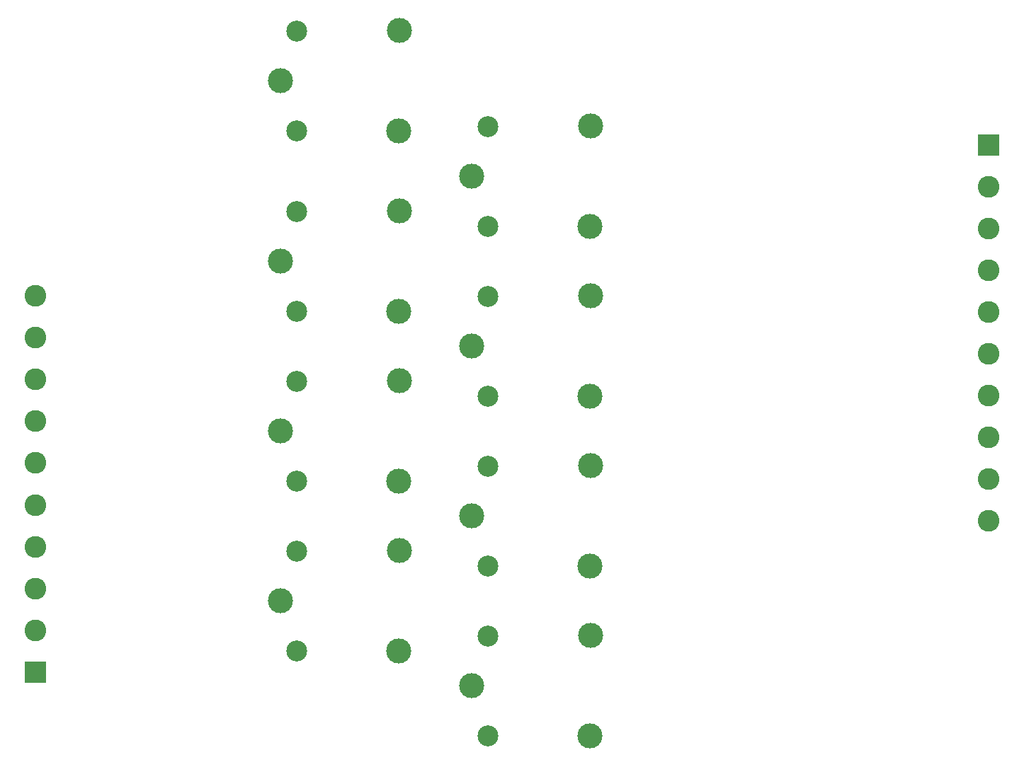
<source format=gbr>
%TF.GenerationSoftware,KiCad,Pcbnew,7.0.8*%
%TF.CreationDate,2024-12-20T13:03:20+01:00*%
%TF.ProjectId,NosacReleja,4e6f7361-6352-4656-9c65-6a612e6b6963,rev?*%
%TF.SameCoordinates,Original*%
%TF.FileFunction,Soldermask,Top*%
%TF.FilePolarity,Negative*%
%FSLAX46Y46*%
G04 Gerber Fmt 4.6, Leading zero omitted, Abs format (unit mm)*
G04 Created by KiCad (PCBNEW 7.0.8) date 2024-12-20 13:03:20*
%MOMM*%
%LPD*%
G01*
G04 APERTURE LIST*
%ADD10C,3.000000*%
%ADD11C,2.500000*%
%ADD12R,2.600000X2.600000*%
%ADD13C,2.600000*%
G04 APERTURE END LIST*
D10*
%TO.C,K6*%
X98180000Y-97790000D03*
D11*
X100130000Y-103840000D03*
D10*
X112330000Y-103840000D03*
X112380000Y-91790000D03*
D11*
X100130000Y-91840000D03*
%TD*%
D12*
%TO.C,J2*%
X160020000Y-53420000D03*
D13*
X160020000Y-58420000D03*
X160020000Y-63420000D03*
X160020000Y-68420000D03*
X160020000Y-73420000D03*
X160020000Y-78420000D03*
X160020000Y-83420000D03*
X160020000Y-88420000D03*
X160020000Y-93420000D03*
X160020000Y-98420000D03*
%TD*%
D10*
%TO.C,K8*%
X98180000Y-118110000D03*
D11*
X100130000Y-124160000D03*
D10*
X112330000Y-124160000D03*
X112380000Y-112110000D03*
D11*
X100130000Y-112160000D03*
%TD*%
D10*
%TO.C,K3*%
X75320000Y-67310000D03*
D11*
X77270000Y-73360000D03*
D10*
X89470000Y-73360000D03*
X89520000Y-61310000D03*
D11*
X77270000Y-61360000D03*
%TD*%
D12*
%TO.C,J1*%
X46025000Y-116480000D03*
D13*
X46025000Y-111480000D03*
X46025000Y-106480000D03*
X46025000Y-101480000D03*
X46025000Y-96480000D03*
X46025000Y-91480000D03*
X46025000Y-86480000D03*
X46025000Y-81480000D03*
X46025000Y-76480000D03*
X46025000Y-71480000D03*
%TD*%
D10*
%TO.C,K5*%
X75320000Y-87630000D03*
D11*
X77270000Y-93680000D03*
D10*
X89470000Y-93680000D03*
X89520000Y-81630000D03*
D11*
X77270000Y-81680000D03*
%TD*%
D10*
%TO.C,K1*%
X75320000Y-45720000D03*
D11*
X77270000Y-51770000D03*
D10*
X89470000Y-51770000D03*
X89520000Y-39720000D03*
D11*
X77270000Y-39770000D03*
%TD*%
D10*
%TO.C,K2*%
X98180000Y-57150000D03*
D11*
X100130000Y-63200000D03*
D10*
X112330000Y-63200000D03*
X112380000Y-51150000D03*
D11*
X100130000Y-51200000D03*
%TD*%
D10*
%TO.C,K7*%
X75320000Y-107950000D03*
D11*
X77270000Y-114000000D03*
D10*
X89470000Y-114000000D03*
X89520000Y-101950000D03*
D11*
X77270000Y-102000000D03*
%TD*%
D10*
%TO.C,K4*%
X98180000Y-77470000D03*
D11*
X100130000Y-83520000D03*
D10*
X112330000Y-83520000D03*
X112380000Y-71470000D03*
D11*
X100130000Y-71520000D03*
%TD*%
M02*

</source>
